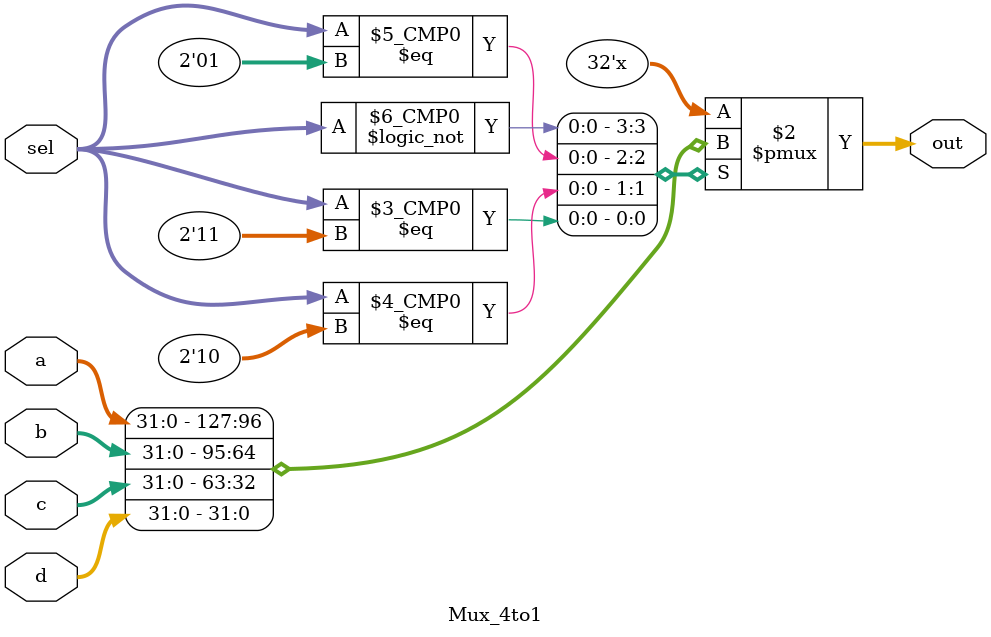
<source format=v>
module Mux_4to1 (
    input [31:0] a, b, c, d,
    input [1:0] sel,
    output reg [31:0] out
);

    always @(*) begin
        case (sel)
            2'b00: out = a;
            2'b01: out = b;
            2'b10: out = c;
            2'b11: out = d;
            default: out = 32'd0;
        endcase
    end

endmodule

</source>
